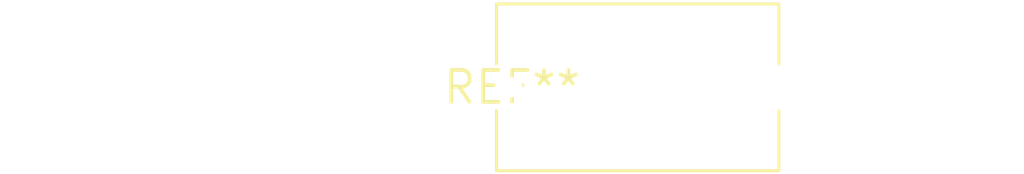
<source format=kicad_pcb>
(kicad_pcb (version 20240108) (generator pcbnew)
  (layers (0 "F.Cu" signal) (31 "B.Cu" signal) (34 "B.Paste" user) (35 "F.Paste" user) (36 "B.SilkS" user "B.Silkscreen") (37 "F.SilkS" user "F.Silkscreen") (38 "B.Mask" user) (39 "F.Mask" user) (44 "Edge.Cuts" user))
  (net 0 "")
  (footprint "C_Rect_L11.0mm_W6.4mm_P10.00mm_MKT" (layer "F.Cu") (at 0 0)
    (property "Reference" "REF**")
    (property "Value" "C_Rect_L11.0mm_W6.4mm_P10.00mm_MKT")
    (fp_line (start -0.62 -3.32) (end -0.62 -0.925) (layer "F.SilkS") (stroke (width 0.12)))
    (fp_line (start -0.62 -3.32) (end 10.62 -3.32) (layer "F.SilkS") (stroke (width 0.12)))
    (fp_line (start -0.62 0.925) (end -0.62 3.32) (layer "F.SilkS") (stroke (width 0.12)))
    (fp_line (start -0.62 3.32) (end 10.62 3.32) (layer "F.SilkS") (stroke (width 0.12)))
    (fp_line (start 10.62 -3.32) (end 10.62 -0.925) (layer "F.SilkS") (stroke (width 0.12)))
    (fp_line (start 10.62 0.925) (end 10.62 3.32) (layer "F.SilkS") (stroke (width 0.12)))
    (pad "1" thru_hole circle (at 0 0) (size 1.6 1.6) (drill 0.8) (layers *.Cu *.Mask) (remove_unused_layers))
    (pad "2" thru_hole circle (at 10 0) (size 1.6 1.6) (drill 0.8) (layers *.Cu *.Mask) (remove_unused_layers))
  )
)
</source>
